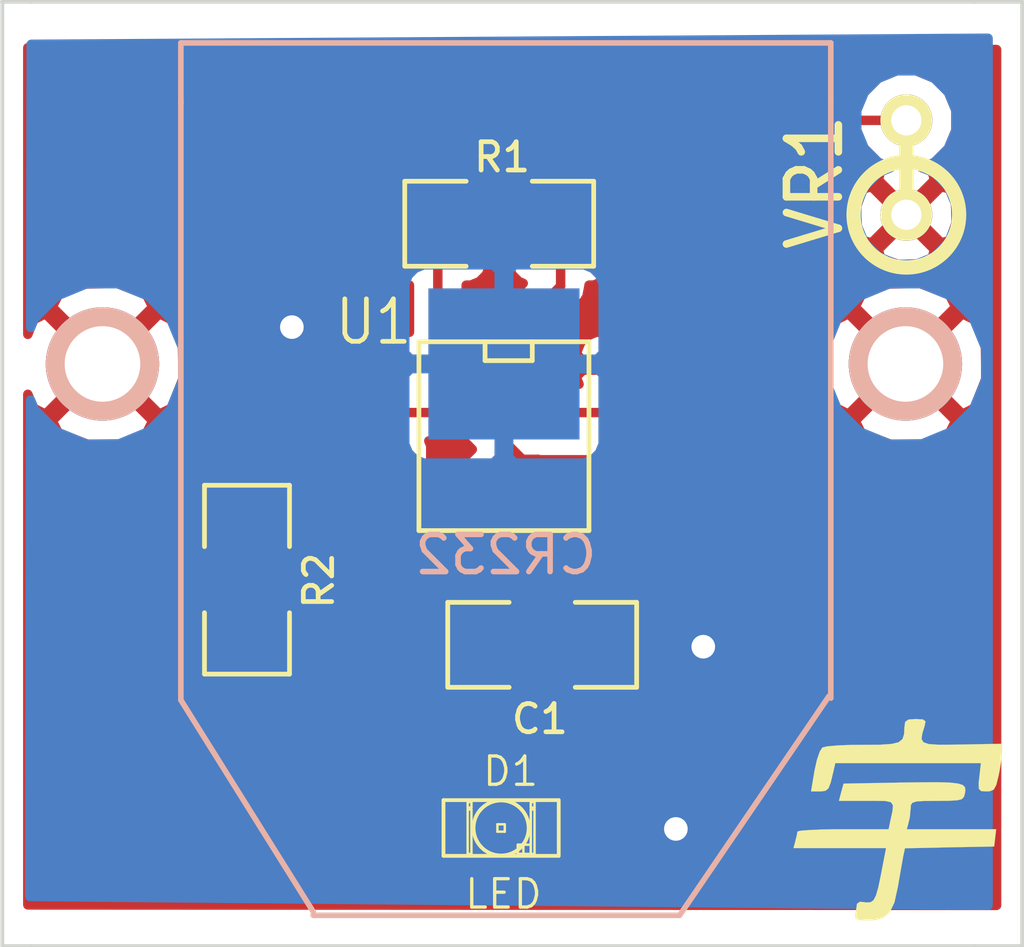
<source format=kicad_pcb>
(kicad_pcb (version 3) (host pcbnew "(2013-07-07 BZR 4022)-stable")

  (general
    (links 14)
    (no_connects 0)
    (area 59.525699 98.400399 87.447966 123.952)
    (thickness 1.6)
    (drawings 10)
    (tracks 34)
    (zones 0)
    (modules 8)
    (nets 7)
  )

  (page A3)
  (layers
    (15 F.Cu signal)
    (0 B.Cu signal)
    (16 B.Adhes user)
    (17 F.Adhes user)
    (18 B.Paste user)
    (19 F.Paste user)
    (20 B.SilkS user)
    (21 F.SilkS user)
    (22 B.Mask user)
    (23 F.Mask user)
    (24 Dwgs.User user)
    (25 Cmts.User user)
    (26 Eco1.User user)
    (27 Eco2.User user)
    (28 Edge.Cuts user)
  )

  (setup
    (last_trace_width 0.254)
    (trace_clearance 0.254)
    (zone_clearance 0.508)
    (zone_45_only no)
    (trace_min 0.254)
    (segment_width 0.2)
    (edge_width 0.1)
    (via_size 0.889)
    (via_drill 0.635)
    (via_min_size 0.889)
    (via_min_drill 0.508)
    (uvia_size 0.508)
    (uvia_drill 0.127)
    (uvias_allowed no)
    (uvia_min_size 0.508)
    (uvia_min_drill 0.127)
    (pcb_text_width 0.3)
    (pcb_text_size 1.5 1.5)
    (mod_edge_width 0.15)
    (mod_text_size 1 1)
    (mod_text_width 0.15)
    (pad_size 4.064 4.064)
    (pad_drill 0)
    (pad_to_mask_clearance 0)
    (aux_axis_origin 0 0)
    (visible_elements 7FFFFFFF)
    (pcbplotparams
      (layerselection 284196865)
      (usegerberextensions true)
      (excludeedgelayer true)
      (linewidth 0.150000)
      (plotframeref false)
      (viasonmask false)
      (mode 1)
      (useauxorigin false)
      (hpglpennumber 1)
      (hpglpenspeed 20)
      (hpglpendiameter 15)
      (hpglpenoverlay 2)
      (psnegative false)
      (psa4output false)
      (plotreference true)
      (plotvalue false)
      (plotothertext true)
      (plotinvisibletext false)
      (padsonsilk false)
      (subtractmaskfromsilk false)
      (outputformat 1)
      (mirror false)
      (drillshape 0)
      (scaleselection 1)
      (outputdirectory Gerber/))
  )

  (net 0 "")
  (net 1 GND)
  (net 2 N-000001)
  (net 3 N-000003)
  (net 4 N-000004)
  (net 5 N-000007)
  (net 6 VCC)

  (net_class Default "This is the default net class."
    (clearance 0.254)
    (trace_width 0.254)
    (via_dia 0.889)
    (via_drill 0.635)
    (uvia_dia 0.508)
    (uvia_drill 0.127)
    (add_net "")
    (add_net GND)
    (add_net N-000001)
    (add_net N-000003)
    (add_net N-000004)
    (add_net N-000007)
    (add_net VCC)
  )

  (module SO8N (layer F.Cu) (tedit 52DB41F2) (tstamp 52D78DCE)
    (at 73.0758 110.1344 270)
    (descr "Module CMS SOJ 8 pins large")
    (tags "CMS SOJ")
    (path /52CFA521)
    (attr smd)
    (fp_text reference U1 (at -3.0734 3.5052 360) (layer F.SilkS)
      (effects (font (size 1.143 1.016) (thickness 0.127)))
    )
    (fp_text value 7555 (at -3.2004 -2.794 360) (layer F.SilkS) hide
      (effects (font (size 1.016 1.016) (thickness 0.127)))
    )
    (fp_line (start -2.54 -2.286) (end 2.54 -2.286) (layer F.SilkS) (width 0.127))
    (fp_line (start 2.54 -2.286) (end 2.54 2.286) (layer F.SilkS) (width 0.127))
    (fp_line (start 2.54 2.286) (end -2.54 2.286) (layer F.SilkS) (width 0.127))
    (fp_line (start -2.54 2.286) (end -2.54 -2.286) (layer F.SilkS) (width 0.127))
    (fp_line (start -2.54 -0.762) (end -2.032 -0.762) (layer F.SilkS) (width 0.127))
    (fp_line (start -2.032 -0.762) (end -2.032 0.508) (layer F.SilkS) (width 0.127))
    (fp_line (start -2.032 0.508) (end -2.54 0.508) (layer F.SilkS) (width 0.127))
    (pad 8 smd rect (at -1.905 -3.175 270) (size 0.508 1.143)
      (layers F.Cu F.Paste F.Mask)
      (net 6 VCC)
    )
    (pad 7 smd rect (at -0.635 -3.175 270) (size 0.508 1.143)
      (layers F.Cu F.Paste F.Mask)
      (net 5 N-000007)
    )
    (pad 6 smd rect (at 0.635 -3.175 270) (size 0.508 1.143)
      (layers F.Cu F.Paste F.Mask)
      (net 3 N-000003)
    )
    (pad 5 smd rect (at 1.905 -3.175 270) (size 0.508 1.143)
      (layers F.Cu F.Paste F.Mask)
    )
    (pad 4 smd rect (at 1.905 3.175 270) (size 0.508 1.143)
      (layers F.Cu F.Paste F.Mask)
      (net 6 VCC)
    )
    (pad 3 smd rect (at 0.635 3.175 270) (size 0.508 1.143)
      (layers F.Cu F.Paste F.Mask)
      (net 4 N-000004)
    )
    (pad 2 smd rect (at -0.635 3.175 270) (size 0.508 1.143)
      (layers F.Cu F.Paste F.Mask)
      (net 3 N-000003)
    )
    (pad 1 smd rect (at -1.905 3.175 270) (size 0.508 1.143)
      (layers F.Cu F.Paste F.Mask)
      (net 1 GND)
    )
    (model smd/cms_so8.wrl
      (at (xyz 0 0 0))
      (scale (xyz 0.5 0.38 0.5))
      (rotate (xyz 0 0 0))
    )
  )

  (module SM1206 (layer F.Cu) (tedit 52DB41B3) (tstamp 52D78DDA)
    (at 72.9488 104.4194 180)
    (path /52D10678)
    (attr smd)
    (fp_text reference R1 (at -0.0762 1.7907 180) (layer F.SilkS)
      (effects (font (size 0.762 0.762) (thickness 0.127)))
    )
    (fp_text value 470k (at 0 0 180) (layer F.SilkS) hide
      (effects (font (size 0.762 0.762) (thickness 0.127)))
    )
    (fp_line (start -2.54 -1.143) (end -2.54 1.143) (layer F.SilkS) (width 0.127))
    (fp_line (start -2.54 1.143) (end -0.889 1.143) (layer F.SilkS) (width 0.127))
    (fp_line (start 0.889 -1.143) (end 2.54 -1.143) (layer F.SilkS) (width 0.127))
    (fp_line (start 2.54 -1.143) (end 2.54 1.143) (layer F.SilkS) (width 0.127))
    (fp_line (start 2.54 1.143) (end 0.889 1.143) (layer F.SilkS) (width 0.127))
    (fp_line (start -0.889 -1.143) (end -2.54 -1.143) (layer F.SilkS) (width 0.127))
    (pad 1 smd rect (at -1.651 0 180) (size 1.524 2.032)
      (layers F.Cu F.Paste F.Mask)
      (net 5 N-000007)
    )
    (pad 2 smd rect (at 1.651 0 180) (size 1.524 2.032)
      (layers F.Cu F.Paste F.Mask)
      (net 3 N-000003)
    )
    (model smd/chip_cms.wrl
      (at (xyz 0 0 0))
      (scale (xyz 0.17 0.16 0.16))
      (rotate (xyz 0 0 0))
    )
  )

  (module SM1206 (layer F.Cu) (tedit 52DB4175) (tstamp 52D78DE6)
    (at 74.1045 115.7478)
    (path /52D10682)
    (attr smd)
    (fp_text reference C1 (at -0.0635 1.9939) (layer F.SilkS)
      (effects (font (size 0.762 0.762) (thickness 0.127)))
    )
    (fp_text value 1u (at 0 0) (layer F.SilkS) hide
      (effects (font (size 0.762 0.762) (thickness 0.127)))
    )
    (fp_line (start -2.54 -1.143) (end -2.54 1.143) (layer F.SilkS) (width 0.127))
    (fp_line (start -2.54 1.143) (end -0.889 1.143) (layer F.SilkS) (width 0.127))
    (fp_line (start 0.889 -1.143) (end 2.54 -1.143) (layer F.SilkS) (width 0.127))
    (fp_line (start 2.54 -1.143) (end 2.54 1.143) (layer F.SilkS) (width 0.127))
    (fp_line (start 2.54 1.143) (end 0.889 1.143) (layer F.SilkS) (width 0.127))
    (fp_line (start -0.889 -1.143) (end -2.54 -1.143) (layer F.SilkS) (width 0.127))
    (pad 1 smd rect (at -1.651 0) (size 1.524 2.032)
      (layers F.Cu F.Paste F.Mask)
      (net 3 N-000003)
    )
    (pad 2 smd rect (at 1.651 0) (size 1.524 2.032)
      (layers F.Cu F.Paste F.Mask)
      (net 1 GND)
    )
    (model smd/chip_cms.wrl
      (at (xyz 0 0 0))
      (scale (xyz 0.17 0.16 0.16))
      (rotate (xyz 0 0 0))
    )
  )

  (module SM1206 (layer F.Cu) (tedit 52DB4193) (tstamp 52D78DF2)
    (at 66.167 113.9952 270)
    (path /52D10690)
    (attr smd)
    (fp_text reference R2 (at 0.0254 -1.9304 270) (layer F.SilkS)
      (effects (font (size 0.762 0.762) (thickness 0.127)))
    )
    (fp_text value 1k (at 0 0 270) (layer F.SilkS) hide
      (effects (font (size 0.762 0.762) (thickness 0.127)))
    )
    (fp_line (start -2.54 -1.143) (end -2.54 1.143) (layer F.SilkS) (width 0.127))
    (fp_line (start -2.54 1.143) (end -0.889 1.143) (layer F.SilkS) (width 0.127))
    (fp_line (start 0.889 -1.143) (end 2.54 -1.143) (layer F.SilkS) (width 0.127))
    (fp_line (start 2.54 -1.143) (end 2.54 1.143) (layer F.SilkS) (width 0.127))
    (fp_line (start 2.54 1.143) (end 0.889 1.143) (layer F.SilkS) (width 0.127))
    (fp_line (start -0.889 -1.143) (end -2.54 -1.143) (layer F.SilkS) (width 0.127))
    (pad 1 smd rect (at -1.651 0 270) (size 1.524 2.032)
      (layers F.Cu F.Paste F.Mask)
      (net 4 N-000004)
    )
    (pad 2 smd rect (at 1.651 0 270) (size 1.524 2.032)
      (layers F.Cu F.Paste F.Mask)
      (net 2 N-000001)
    )
    (model smd/chip_cms.wrl
      (at (xyz 0 0 0))
      (scale (xyz 0.17 0.16 0.16))
      (rotate (xyz 0 0 0))
    )
  )

  (module R1 (layer F.Cu) (tedit 52DB421A) (tstamp 52D78DFA)
    (at 83.8962 102.9081 90)
    (descr "Resistance verticale")
    (tags R)
    (path /52D106D4)
    (autoplace_cost90 10)
    (autoplace_cost180 10)
    (fp_text reference VR1 (at -0.3937 -2.4638 90) (layer F.SilkS)
      (effects (font (size 1.397 1.27) (thickness 0.2032)))
    )
    (fp_text value LDR (at 1.9939 2.032 90) (layer F.SilkS) hide
      (effects (font (size 1.397 1.27) (thickness 0.2032)))
    )
    (fp_line (start -1.27 0) (end 1.27 0) (layer F.SilkS) (width 0.381))
    (fp_circle (center -1.27 0) (end -0.635 1.27) (layer F.SilkS) (width 0.381))
    (pad 1 thru_hole circle (at -1.27 0 90) (size 1.397 1.397) (drill 0.8128)
      (layers *.Cu *.Mask F.SilkS)
      (net 6 VCC)
    )
    (pad 2 thru_hole circle (at 1.27 0 90) (size 1.397 1.397) (drill 0.8128)
      (layers *.Cu *.Mask F.SilkS)
      (net 5 N-000007)
    )
    (model discret/verti_resistor.wrl
      (at (xyz 0 0 0))
      (scale (xyz 1 1 1))
      (rotate (xyz 0 0 0))
    )
  )

  (module LED-1206 (layer F.Cu) (tedit 52DB41A3) (tstamp 52D78E24)
    (at 72.9996 120.6754)
    (descr "LED 1206 smd package")
    (tags "LED1206 SMD")
    (path /52D10737)
    (attr smd)
    (fp_text reference D1 (at 0.254 -1.524) (layer F.SilkS)
      (effects (font (size 0.762 0.762) (thickness 0.0889)))
    )
    (fp_text value LED (at 0.0635 1.778) (layer F.SilkS)
      (effects (font (size 0.762 0.762) (thickness 0.0889)))
    )
    (fp_line (start -0.09906 0.09906) (end 0.09906 0.09906) (layer F.SilkS) (width 0.06604))
    (fp_line (start 0.09906 0.09906) (end 0.09906 -0.09906) (layer F.SilkS) (width 0.06604))
    (fp_line (start -0.09906 -0.09906) (end 0.09906 -0.09906) (layer F.SilkS) (width 0.06604))
    (fp_line (start -0.09906 0.09906) (end -0.09906 -0.09906) (layer F.SilkS) (width 0.06604))
    (fp_line (start 0.44958 0.6985) (end 0.79756 0.6985) (layer F.SilkS) (width 0.06604))
    (fp_line (start 0.79756 0.6985) (end 0.79756 0.44958) (layer F.SilkS) (width 0.06604))
    (fp_line (start 0.44958 0.44958) (end 0.79756 0.44958) (layer F.SilkS) (width 0.06604))
    (fp_line (start 0.44958 0.6985) (end 0.44958 0.44958) (layer F.SilkS) (width 0.06604))
    (fp_line (start 0.79756 0.6985) (end 0.89916 0.6985) (layer F.SilkS) (width 0.06604))
    (fp_line (start 0.89916 0.6985) (end 0.89916 -0.49784) (layer F.SilkS) (width 0.06604))
    (fp_line (start 0.79756 -0.49784) (end 0.89916 -0.49784) (layer F.SilkS) (width 0.06604))
    (fp_line (start 0.79756 0.6985) (end 0.79756 -0.49784) (layer F.SilkS) (width 0.06604))
    (fp_line (start 0.79756 -0.54864) (end 0.89916 -0.54864) (layer F.SilkS) (width 0.06604))
    (fp_line (start 0.89916 -0.54864) (end 0.89916 -0.6985) (layer F.SilkS) (width 0.06604))
    (fp_line (start 0.79756 -0.6985) (end 0.89916 -0.6985) (layer F.SilkS) (width 0.06604))
    (fp_line (start 0.79756 -0.54864) (end 0.79756 -0.6985) (layer F.SilkS) (width 0.06604))
    (fp_line (start -0.89916 0.6985) (end -0.79756 0.6985) (layer F.SilkS) (width 0.06604))
    (fp_line (start -0.79756 0.6985) (end -0.79756 -0.49784) (layer F.SilkS) (width 0.06604))
    (fp_line (start -0.89916 -0.49784) (end -0.79756 -0.49784) (layer F.SilkS) (width 0.06604))
    (fp_line (start -0.89916 0.6985) (end -0.89916 -0.49784) (layer F.SilkS) (width 0.06604))
    (fp_line (start -0.89916 -0.54864) (end -0.79756 -0.54864) (layer F.SilkS) (width 0.06604))
    (fp_line (start -0.79756 -0.54864) (end -0.79756 -0.6985) (layer F.SilkS) (width 0.06604))
    (fp_line (start -0.89916 -0.6985) (end -0.79756 -0.6985) (layer F.SilkS) (width 0.06604))
    (fp_line (start -0.89916 -0.54864) (end -0.89916 -0.6985) (layer F.SilkS) (width 0.06604))
    (fp_line (start 0.44958 0.6985) (end 0.59944 0.6985) (layer F.SilkS) (width 0.06604))
    (fp_line (start 0.59944 0.6985) (end 0.59944 0.44958) (layer F.SilkS) (width 0.06604))
    (fp_line (start 0.44958 0.44958) (end 0.59944 0.44958) (layer F.SilkS) (width 0.06604))
    (fp_line (start 0.44958 0.6985) (end 0.44958 0.44958) (layer F.SilkS) (width 0.06604))
    (fp_line (start 1.5494 0.7493) (end -1.5494 0.7493) (layer F.SilkS) (width 0.1016))
    (fp_line (start -1.5494 0.7493) (end -1.5494 -0.7493) (layer F.SilkS) (width 0.1016))
    (fp_line (start -1.5494 -0.7493) (end 1.5494 -0.7493) (layer F.SilkS) (width 0.1016))
    (fp_line (start 1.5494 -0.7493) (end 1.5494 0.7493) (layer F.SilkS) (width 0.1016))
    (fp_arc (start 0 0) (end 0.54864 0.49784) (angle 95.4) (layer F.SilkS) (width 0.1016))
    (fp_arc (start 0 0) (end -0.54864 0.49784) (angle 84.5) (layer F.SilkS) (width 0.1016))
    (fp_arc (start 0 0) (end -0.54864 -0.49784) (angle 95.4) (layer F.SilkS) (width 0.1016))
    (fp_arc (start 0 0) (end 0.54864 -0.49784) (angle 84.5) (layer F.SilkS) (width 0.1016))
    (pad 1 smd rect (at -1.41986 0) (size 1.59766 1.80086)
      (layers F.Cu F.Paste F.Mask)
      (net 2 N-000001)
    )
    (pad 2 smd rect (at 1.41986 0) (size 1.59766 1.80086)
      (layers F.Cu F.Paste F.Mask)
      (net 1 GND)
    )
  )

  (module CR2032 (layer B.Cu) (tedit 52DB420A) (tstamp 52DB4171)
    (at 73.0758 108.1913 180)
    (path /52D10805)
    (fp_text reference BT1 (at 0 5.7404 180) (layer B.SilkS) hide
      (effects (font (size 1 1) (thickness 0.15)) (justify mirror))
    )
    (fp_text value CR232 (at -0.0508 -5.1308 180) (layer B.SilkS)
      (effects (font (size 1 1) (thickness 0.15)) (justify mirror))
    )
    (fp_line (start 8.6868 7.0104) (end 8.6868 8.636) (layer B.SilkS) (width 0.15))
    (fp_line (start -8.7884 7.0104) (end -8.7884 8.636) (layer B.SilkS) (width 0.15))
    (fp_line (start -4.7244 -14.8336) (end 5.1308 -14.8336) (layer B.SilkS) (width 0.15))
    (fp_line (start 8.6868 -9.0424) (end 5.1308 -14.732) (layer B.SilkS) (width 0.15))
    (fp_line (start -8.7376 -8.9408) (end -4.7244 -14.8336) (layer B.SilkS) (width 0.15))
    (fp_line (start 8.6868 7.112) (end 8.6868 -9.0424) (layer B.SilkS) (width 0.15))
    (fp_line (start -8.7884 7.112) (end -8.7884 -8.9916) (layer B.SilkS) (width 0.15))
    (fp_line (start -8.7884 8.636) (end 8.6868 8.636) (layer B.SilkS) (width 0.15))
    (pad 2 smd rect (at 0 0 180) (size 4.064 4.064)
      (layers B.Cu B.Paste B.Mask)
      (net 1 GND)
    )
    (pad 1 thru_hole circle (at 10.795 0 180) (size 3.048 3.048) (drill 2.032)
      (layers *.Cu *.Mask B.SilkS)
      (net 6 VCC)
    )
    (pad 1 thru_hole circle (at -10.795 0 180) (size 3.048 3.048) (drill 2.032)
      (layers *.Cu *.Mask B.SilkS)
      (net 6 VCC)
    )
  )

  (module LOGO (layer F.Cu) (tedit 52DB4555) (tstamp 52DC59F9)
    (at 83.5914 120.3706)
    (fp_text reference G*** (at -3.5687 2.413) (layer F.SilkS) hide
      (effects (font (size 1.524 1.524) (thickness 0.3048)))
    )
    (fp_text value LOGO (at 0.0635 -4.0259) (layer F.SilkS) hide
      (effects (font (size 1.524 1.524) (thickness 0.3048)))
    )
    (fp_poly (pts (xy 2.72034 0.33782) (xy 2.6924 0.5715) (xy 2.667 0.80264) (xy 1.46558 0.8255)
      (xy 0.2667 0.8509) (xy 0.21844 1.0795) (xy 0.18288 1.2827) (xy 0.12954 1.58496)
      (xy 0.0762 1.8923) (xy -0.01524 2.30632) (xy -0.14224 2.57556) (xy -0.32258 2.72796)
      (xy -0.58674 2.78892) (xy -0.71882 2.794) (xy -0.9525 2.78384) (xy -1.05664 2.74574)
      (xy -1.07188 2.6543) (xy -1.06426 2.6035) (xy -1.03378 2.42316) (xy -1.02362 2.34442)
      (xy -0.94996 2.29108) (xy -0.90932 2.29108) (xy -0.76454 2.30886) (xy -0.65786 2.30124)
      (xy -0.57912 2.2479) (xy -0.51308 2.1209) (xy -0.44958 1.89992) (xy -0.37846 1.55702)
      (xy -0.28702 1.0795) (xy -0.2413 0.84582) (xy -1.4859 0.84582) (xy -2.7305 0.84582)
      (xy -2.6797 0.65532) (xy -2.63652 0.48006) (xy -2.62636 0.40132) (xy -2.54508 0.37846)
      (xy -2.32664 0.36068) (xy -1.99644 0.34544) (xy -1.5875 0.33782) (xy -1.39954 0.33782)
      (xy -0.17272 0.33782) (xy -0.12446 0.10414) (xy -0.06858 -0.14986) (xy -0.05588 -0.3048)
      (xy -0.11176 -0.38862) (xy -0.26416 -0.42164) (xy -0.54356 -0.42418) (xy -0.762 -0.42418)
      (xy -1.50876 -0.42418) (xy -1.4478 -0.65786) (xy -1.3843 -0.889) (xy 0.08636 -0.91694)
      (xy 0.69342 -0.92456) (xy 1.14808 -0.9271) (xy 1.47574 -0.91694) (xy 1.69418 -0.89154)
      (xy 1.82372 -0.8509) (xy 1.88214 -0.78994) (xy 1.8923 -0.70358) (xy 1.88214 -0.63754)
      (xy 1.8542 -0.5334) (xy 1.79578 -0.4699) (xy 1.67132 -0.43942) (xy 1.44526 -0.42672)
      (xy 1.13284 -0.42418) (xy 0.7874 -0.42164) (xy 0.57658 -0.40894) (xy 0.46736 -0.37338)
      (xy 0.42672 -0.31242) (xy 0.42164 -0.23368) (xy 0.39878 0.01016) (xy 0.3683 0.14732)
      (xy 0.3175 0.33782) (xy 1.51892 0.33782) (xy 2.72034 0.33782) (xy 2.72034 0.33782)) (layer F.SilkS) (width 0.00254))
    (fp_poly (pts (xy 2.87782 -1.74752) (xy 2.86004 -1.53924) (xy 2.81432 -1.25222) (xy 2.78638 -1.1049)
      (xy 2.72288 -0.85344) (xy 2.6543 -0.72644) (xy 2.54508 -0.68326) (xy 2.45872 -0.67818)
      (xy 2.31394 -0.68834) (xy 2.25298 -0.7493) (xy 2.2479 -0.90424) (xy 2.26568 -1.05918)
      (xy 2.30886 -1.44018) (xy 0.35052 -1.44018) (xy -1.60528 -1.44018) (xy -1.65862 -1.2065)
      (xy -1.7272 -0.92202) (xy -1.78816 -0.762) (xy -1.87198 -0.69342) (xy -1.99898 -0.67818)
      (xy -2.02438 -0.67818) (xy -2.25806 -0.67818) (xy -2.16662 -1.2319) (xy -2.10058 -1.52908)
      (xy -2.02184 -1.75768) (xy -1.95072 -1.86182) (xy -1.82118 -1.8923) (xy -1.5621 -1.91516)
      (xy -1.21158 -1.9304) (xy -0.86106 -1.93294) (xy -0.40894 -1.93548) (xy -0.09906 -1.9558)
      (xy 0.09398 -2.00152) (xy 0.20066 -2.08788) (xy 0.24384 -2.2225) (xy 0.25146 -2.39268)
      (xy 0.27178 -2.55016) (xy 0.36068 -2.61366) (xy 0.55626 -2.62636) (xy 0.75184 -2.6162)
      (xy 0.82042 -2.56286) (xy 0.79502 -2.43586) (xy 0.73152 -2.23012) (xy 0.71374 -2.09042)
      (xy 0.76454 -2.00152) (xy 0.90678 -1.95326) (xy 1.16332 -1.93548) (xy 1.55448 -1.93802)
      (xy 1.79832 -1.94056) (xy 2.87782 -1.96088) (xy 2.87782 -1.74752) (xy 2.87782 -1.74752)) (layer F.SilkS) (width 0.00254))
  )

  (gr_line (start 85.725 123.8504) (end 87.0077 123.8504) (angle 90) (layer Edge.Cuts) (width 0.1))
  (gr_line (start 87.0204 98.4504) (end 87.0204 98.4758) (angle 90) (layer Edge.Cuts) (width 0.1))
  (gr_line (start 85.7123 98.4504) (end 87.0204 98.4504) (angle 90) (layer Edge.Cuts) (width 0.1))
  (gr_line (start 59.5884 123.8504) (end 59.5884 123.8377) (angle 90) (layer Edge.Cuts) (width 0.1))
  (gr_line (start 60.3504 123.8504) (end 59.5884 123.8504) (angle 90) (layer Edge.Cuts) (width 0.1))
  (gr_line (start 60.3631 98.4504) (end 59.5757 98.4504) (angle 90) (layer Edge.Cuts) (width 0.1))
  (gr_line (start 85.7377 98.4504) (end 60.3377 98.4504) (angle 90) (layer Edge.Cuts) (width 0.1))
  (gr_line (start 87.0077 123.8504) (end 87.0077 98.4504) (angle 90) (layer Edge.Cuts) (width 0.1))
  (gr_line (start 60.3504 123.8504) (end 85.7377 123.8504) (angle 90) (layer Edge.Cuts) (width 0.1))
  (gr_line (start 59.5884 98.4504) (end 59.5884 123.8504) (angle 90) (layer Edge.Cuts) (width 0.1))

  (segment (start 74.41946 120.6754) (end 77.6732 120.6754) (width 0.254) (layer F.Cu) (net 1))
  (via (at 77.6986 120.7008) (size 0.889) (layers F.Cu B.Cu) (net 1))
  (segment (start 77.6732 120.6754) (end 77.6986 120.7008) (width 0.254) (layer F.Cu) (net 1) (tstamp 52DB96CD))
  (segment (start 75.7555 115.7478) (end 78.3844 115.7478) (width 0.254) (layer F.Cu) (net 1))
  (via (at 78.4352 115.7986) (size 0.889) (layers F.Cu B.Cu) (net 1))
  (segment (start 78.3844 115.7478) (end 78.4352 115.7986) (width 0.254) (layer F.Cu) (net 1) (tstamp 52DB96C8))
  (segment (start 69.9008 108.2294) (end 68.4022 108.2294) (width 0.254) (layer F.Cu) (net 1))
  (via (at 67.3735 107.2007) (size 0.889) (layers F.Cu B.Cu) (net 1))
  (segment (start 68.4022 108.2294) (end 67.3735 107.2007) (width 0.254) (layer F.Cu) (net 1) (tstamp 52DB96C2))
  (segment (start 66.167 115.6462) (end 66.167 117.9449) (width 0.254) (layer F.Cu) (net 2))
  (segment (start 68.8975 120.6754) (end 71.57974 120.6754) (width 0.254) (layer F.Cu) (net 2) (tstamp 52DB968D))
  (segment (start 66.167 117.9449) (end 68.8975 120.6754) (width 0.254) (layer F.Cu) (net 2) (tstamp 52DB968B))
  (segment (start 72.4535 115.7478) (end 72.4535 111.3409) (width 0.254) (layer F.Cu) (net 3))
  (segment (start 73.9902 110.7567) (end 73.9902 110.7694) (width 0.254) (layer F.Cu) (net 3) (tstamp 52DB969F))
  (segment (start 73.0377 110.7567) (end 73.9902 110.7567) (width 0.254) (layer F.Cu) (net 3) (tstamp 52DB969D))
  (segment (start 72.4535 111.3409) (end 73.0377 110.7567) (width 0.254) (layer F.Cu) (net 3) (tstamp 52DB969C))
  (segment (start 71.2978 104.4194) (end 71.2978 109.474) (width 0.254) (layer F.Cu) (net 3))
  (segment (start 71.2978 109.474) (end 71.2724 109.4994) (width 0.254) (layer F.Cu) (net 3) (tstamp 52DB9691))
  (segment (start 69.9008 109.4994) (end 71.2724 109.4994) (width 0.254) (layer F.Cu) (net 3))
  (segment (start 71.2724 109.4994) (end 72.3138 109.4994) (width 0.254) (layer F.Cu) (net 3) (tstamp 52DB9694))
  (segment (start 73.5838 110.7694) (end 73.9902 110.7694) (width 0.254) (layer F.Cu) (net 3) (tstamp 52DB95C8))
  (segment (start 73.9902 110.7694) (end 76.2508 110.7694) (width 0.254) (layer F.Cu) (net 3) (tstamp 52DB96A0))
  (segment (start 72.3138 109.4994) (end 73.5838 110.7694) (width 0.254) (layer F.Cu) (net 3) (tstamp 52DB95C6))
  (segment (start 66.167 112.3442) (end 66.167 111.3282) (width 0.254) (layer F.Cu) (net 4))
  (segment (start 66.7258 110.7694) (end 69.9008 110.7694) (width 0.254) (layer F.Cu) (net 4) (tstamp 52DB9590))
  (segment (start 66.167 111.3282) (end 66.7258 110.7694) (width 0.254) (layer F.Cu) (net 4) (tstamp 52DB958F))
  (segment (start 74.5998 104.4194) (end 74.5998 106.0958) (width 0.254) (layer F.Cu) (net 5))
  (segment (start 74.676 109.4994) (end 76.2508 109.4994) (width 0.254) (layer F.Cu) (net 5) (tstamp 52DB96B7))
  (segment (start 74.0156 108.839) (end 74.676 109.4994) (width 0.254) (layer F.Cu) (net 5) (tstamp 52DB96B6))
  (segment (start 74.0156 106.68) (end 74.0156 108.839) (width 0.254) (layer F.Cu) (net 5) (tstamp 52DB96B5))
  (segment (start 74.5998 106.0958) (end 74.0156 106.68) (width 0.254) (layer F.Cu) (net 5) (tstamp 52DB96B3))
  (segment (start 83.8962 101.6381) (end 79.5401 101.6381) (width 0.254) (layer F.Cu) (net 5))
  (segment (start 76.7588 104.4194) (end 74.5998 104.4194) (width 0.254) (layer F.Cu) (net 5) (tstamp 52DB96AC))
  (segment (start 79.5401 101.6381) (end 76.7588 104.4194) (width 0.254) (layer F.Cu) (net 5) (tstamp 52DB96AA))

  (zone (net 6) (net_name VCC) (layer F.Cu) (tstamp 52DB9601) (hatch edge 0.508)
    (connect_pads (clearance 0.508))
    (min_thickness 0.254)
    (fill (arc_segments 16) (thermal_gap 0.508) (thermal_bridge_width 0.508))
    (polygon
      (pts
        (xy 86.7664 122.8852) (xy 60.0837 122.8725) (xy 60.0837 99.5553) (xy 86.7664 99.6061)
      )
    )
    (filled_polygon
      (pts
        (xy 86.3227 122.757989) (xy 86.037356 122.757853) (xy 86.037356 108.580836) (xy 86.021506 107.722079) (xy 85.723368 107.002311)
        (xy 85.402106 106.839599) (xy 85.242124 106.999581) (xy 85.242124 104.37062) (xy 85.22993 104.146164) (xy 85.22993 101.374014)
        (xy 85.027345 100.88372) (xy 84.652553 100.508274) (xy 84.162613 100.304833) (xy 83.632114 100.30437) (xy 83.14182 100.506955)
        (xy 82.77203 100.8761) (xy 79.5401 100.8761) (xy 79.248495 100.934104) (xy 79.001285 101.099285) (xy 76.44317 103.6574)
        (xy 75.99691 103.6574) (xy 75.99691 103.277645) (xy 75.900441 103.044171) (xy 75.721968 102.865387) (xy 75.488664 102.768511)
        (xy 75.236045 102.76829) (xy 73.712045 102.76829) (xy 73.478571 102.864759) (xy 73.299787 103.043232) (xy 73.202911 103.276536)
        (xy 73.20269 103.529155) (xy 73.20269 105.561155) (xy 73.299159 105.794629) (xy 73.477632 105.973413) (xy 73.59558 106.022389)
        (xy 73.476785 106.141185) (xy 73.311604 106.388395) (xy 73.2536 106.68) (xy 73.2536 108.839) (xy 73.311604 109.130605)
        (xy 73.476785 109.377815) (xy 74.106369 110.0074) (xy 74.054047 110.0074) (xy 73.9902 109.9947) (xy 73.88673 109.9947)
        (xy 72.852615 108.960585) (xy 72.605405 108.795404) (xy 72.3138 108.7374) (xy 72.0598 108.7374) (xy 72.0598 106.07051)
        (xy 72.185555 106.07051) (xy 72.419029 105.974041) (xy 72.597813 105.795568) (xy 72.694689 105.562264) (xy 72.69491 105.309645)
        (xy 72.69491 103.277645) (xy 72.598441 103.044171) (xy 72.419968 102.865387) (xy 72.186664 102.768511) (xy 71.934045 102.76829)
        (xy 70.410045 102.76829) (xy 70.176571 102.864759) (xy 69.997787 103.043232) (xy 69.900911 103.276536) (xy 69.90069 103.529155)
        (xy 69.90069 105.561155) (xy 69.997159 105.794629) (xy 70.175632 105.973413) (xy 70.408936 106.070289) (xy 70.5358 106.070399)
        (xy 70.5358 107.340455) (xy 70.346545 107.34029) (xy 69.203545 107.34029) (xy 68.970071 107.436759) (xy 68.939376 107.4674)
        (xy 68.71783 107.4674) (xy 68.452999 107.202568) (xy 68.453187 106.986916) (xy 68.289189 106.590011) (xy 67.985786 106.286078)
        (xy 67.589168 106.121387) (xy 67.159716 106.121013) (xy 66.762811 106.285011) (xy 66.458878 106.588414) (xy 66.294187 106.985032)
        (xy 66.293813 107.414484) (xy 66.457811 107.811389) (xy 66.761214 108.115322) (xy 67.157832 108.280013) (xy 67.375371 108.280202)
        (xy 67.863384 108.768215) (xy 67.863385 108.768215) (xy 68.110595 108.933396) (xy 68.4022 108.9914) (xy 68.747202 108.9914)
        (xy 68.694411 109.118536) (xy 68.69419 109.371155) (xy 68.69419 109.879155) (xy 68.747179 110.0074) (xy 66.7258 110.0074)
        (xy 66.434195 110.065404) (xy 66.186984 110.230585) (xy 65.628185 110.789385) (xy 65.522809 110.94709) (xy 65.025245 110.94709)
        (xy 64.791771 111.043559) (xy 64.612987 111.222032) (xy 64.516111 111.455336) (xy 64.51589 111.707955) (xy 64.51589 113.231955)
        (xy 64.612359 113.465429) (xy 64.790832 113.644213) (xy 65.024136 113.741089) (xy 65.276755 113.74131) (xy 67.308755 113.74131)
        (xy 67.542229 113.644841) (xy 67.721013 113.466368) (xy 67.817889 113.233064) (xy 67.81811 112.980445) (xy 67.81811 111.5314)
        (xy 68.747179 111.5314) (xy 68.69419 111.659645) (xy 68.6943 111.75365) (xy 68.85305 111.9124) (xy 69.7738 111.9124)
        (xy 69.7738 111.8924) (xy 70.0278 111.8924) (xy 70.0278 111.9124) (xy 70.94855 111.9124) (xy 71.1073 111.75365)
        (xy 71.10741 111.659645) (xy 71.010941 111.426171) (xy 70.989326 111.404518) (xy 71.010313 111.383568) (xy 71.107189 111.150264)
        (xy 71.10741 110.897645) (xy 71.10741 110.389645) (xy 71.05442 110.2614) (xy 71.2724 110.2614) (xy 71.998169 110.2614)
        (xy 72.226769 110.489999) (xy 71.914685 110.802085) (xy 71.749504 111.049295) (xy 71.6915 111.3409) (xy 71.6915 114.09669)
        (xy 71.565745 114.09669) (xy 71.332271 114.193159) (xy 71.153487 114.371632) (xy 71.10741 114.482598) (xy 71.10741 112.419155)
        (xy 71.1073 112.32515) (xy 70.94855 112.1664) (xy 70.0278 112.1664) (xy 70.0278 112.76965) (xy 70.18655 112.9284)
        (xy 70.346545 112.92851) (xy 70.599164 112.928289) (xy 70.832468 112.831413) (xy 71.010941 112.652629) (xy 71.10741 112.419155)
        (xy 71.10741 114.482598) (xy 71.056611 114.604936) (xy 71.05639 114.857555) (xy 71.05639 116.889555) (xy 71.152859 117.123029)
        (xy 71.331332 117.301813) (xy 71.564636 117.398689) (xy 71.817255 117.39891) (xy 73.341255 117.39891) (xy 73.574729 117.302441)
        (xy 73.753513 117.123968) (xy 73.850389 116.890664) (xy 73.85061 116.638045) (xy 73.85061 114.606045) (xy 73.754141 114.372571)
        (xy 73.575668 114.193787) (xy 73.342364 114.096911) (xy 73.2155 114.0968) (xy 73.2155 111.65653) (xy 73.35333 111.5187)
        (xy 73.519952 111.5187) (xy 73.519956 111.5187) (xy 73.5838 111.5314) (xy 73.9902 111.5314) (xy 75.097202 111.5314)
        (xy 75.044411 111.658536) (xy 75.04419 111.911155) (xy 75.04419 112.419155) (xy 75.140659 112.652629) (xy 75.319132 112.831413)
        (xy 75.552436 112.928289) (xy 75.805055 112.92851) (xy 76.948055 112.92851) (xy 77.181529 112.832041) (xy 77.360313 112.653568)
        (xy 77.457189 112.420264) (xy 77.45741 112.167645) (xy 77.45741 111.659645) (xy 77.360941 111.426171) (xy 77.339326 111.404518)
        (xy 77.360313 111.383568) (xy 77.457189 111.150264) (xy 77.45741 110.897645) (xy 77.45741 110.389645) (xy 77.360941 110.156171)
        (xy 77.339326 110.134518) (xy 77.360313 110.113568) (xy 77.457189 109.880264) (xy 77.45741 109.627645) (xy 77.45741 109.119645)
        (xy 77.360941 108.886171) (xy 77.339207 108.8644) (xy 77.360941 108.842629) (xy 77.45741 108.609155) (xy 77.45741 107.849645)
        (xy 77.360941 107.616171) (xy 77.182468 107.437387) (xy 76.949164 107.340511) (xy 76.696545 107.34029) (xy 76.53655 107.3404)
        (xy 76.3778 107.49915) (xy 76.3778 108.1024) (xy 77.29855 108.1024) (xy 77.4573 107.94365) (xy 77.45741 107.849645)
        (xy 77.45741 108.609155) (xy 77.4573 108.51515) (xy 77.29855 108.3564) (xy 76.3778 108.3564) (xy 76.3778 108.3764)
        (xy 76.1238 108.3764) (xy 76.1238 108.3564) (xy 76.1238 108.1024) (xy 76.1238 107.49915) (xy 75.96505 107.3404)
        (xy 75.805055 107.34029) (xy 75.552436 107.340511) (xy 75.319132 107.437387) (xy 75.140659 107.616171) (xy 75.04419 107.849645)
        (xy 75.0443 107.94365) (xy 75.20305 108.1024) (xy 76.1238 108.1024) (xy 76.1238 108.3564) (xy 75.20305 108.3564)
        (xy 75.0443 108.51515) (xy 75.04419 108.609155) (xy 75.097179 108.7374) (xy 74.99163 108.7374) (xy 74.7776 108.523369)
        (xy 74.7776 106.99563) (xy 75.138615 106.634616) (xy 75.138615 106.634615) (xy 75.303796 106.387405) (xy 75.361799 106.0958)
        (xy 75.3618 106.0958) (xy 75.3618 106.07051) (xy 75.487555 106.07051) (xy 75.721029 105.974041) (xy 75.899813 105.795568)
        (xy 75.996689 105.562264) (xy 75.99691 105.309645) (xy 75.99691 105.1814) (xy 76.7588 105.1814) (xy 76.7588 105.181399)
        (xy 77.050404 105.123396) (xy 77.050405 105.123396) (xy 77.297615 104.958215) (xy 79.85573 102.4001) (xy 82.772661 102.4001)
        (xy 83.139847 102.767926) (xy 83.461322 102.901414) (xy 83.203272 103.008302) (xy 83.141619 103.243914) (xy 83.8962 103.998495)
        (xy 84.650781 103.243914) (xy 84.589128 103.008302) (xy 84.309883 102.910017) (xy 84.65058 102.769245) (xy 85.026026 102.394453)
        (xy 85.229467 101.904513) (xy 85.22993 101.374014) (xy 85.22993 104.146164) (xy 85.213346 103.840902) (xy 85.065998 103.485172)
        (xy 84.830386 103.423519) (xy 84.075805 104.1781) (xy 84.830386 104.932681) (xy 85.065998 104.871028) (xy 85.242124 104.37062)
        (xy 85.242124 106.999581) (xy 85.222501 107.019204) (xy 85.222501 106.659994) (xy 85.059789 106.338732) (xy 84.650781 106.178092)
        (xy 84.650781 105.112286) (xy 83.8962 104.357705) (xy 83.716595 104.53731) (xy 83.716595 104.1781) (xy 82.962014 103.423519)
        (xy 82.726402 103.485172) (xy 82.550276 103.98558) (xy 82.579054 104.515298) (xy 82.726402 104.871028) (xy 82.962014 104.932681)
        (xy 83.716595 104.1781) (xy 83.716595 104.53731) (xy 83.141619 105.112286) (xy 83.203272 105.347898) (xy 83.70368 105.524024)
        (xy 84.233398 105.495246) (xy 84.589128 105.347898) (xy 84.650781 105.112286) (xy 84.650781 106.178092) (xy 84.260336 106.024744)
        (xy 83.401579 106.040594) (xy 82.681811 106.338732) (xy 82.519099 106.659994) (xy 83.8708 108.011695) (xy 85.222501 106.659994)
        (xy 85.222501 107.019204) (xy 84.050405 108.1913) (xy 85.402106 109.543001) (xy 85.723368 109.380289) (xy 86.037356 108.580836)
        (xy 86.037356 122.757853) (xy 85.222501 122.757465) (xy 85.222501 109.722606) (xy 83.8708 108.370905) (xy 83.691195 108.55051)
        (xy 83.691195 108.1913) (xy 82.339494 106.839599) (xy 82.018232 107.002311) (xy 81.704244 107.801764) (xy 81.720094 108.660521)
        (xy 82.018232 109.380289) (xy 82.339494 109.543001) (xy 83.691195 108.1913) (xy 83.691195 108.55051) (xy 82.519099 109.722606)
        (xy 82.681811 110.043868) (xy 83.481264 110.357856) (xy 84.340021 110.342006) (xy 85.059789 110.043868) (xy 85.222501 109.722606)
        (xy 85.222501 122.757465) (xy 79.514887 122.754748) (xy 79.514887 115.584816) (xy 79.350889 115.187911) (xy 79.047486 114.883978)
        (xy 78.650868 114.719287) (xy 78.221416 114.718913) (xy 77.824511 114.882911) (xy 77.721442 114.9858) (xy 77.15261 114.9858)
        (xy 77.15261 114.606045) (xy 77.056141 114.372571) (xy 76.877668 114.193787) (xy 76.644364 114.096911) (xy 76.391745 114.09669)
        (xy 74.867745 114.09669) (xy 74.634271 114.193159) (xy 74.455487 114.371632) (xy 74.358611 114.604936) (xy 74.35839 114.857555)
        (xy 74.35839 116.889555) (xy 74.454859 117.123029) (xy 74.633332 117.301813) (xy 74.866636 117.398689) (xy 75.119255 117.39891)
        (xy 76.643255 117.39891) (xy 76.876729 117.302441) (xy 77.055513 117.123968) (xy 77.152389 116.890664) (xy 77.15261 116.638045)
        (xy 77.15261 116.5098) (xy 77.619846 116.5098) (xy 77.822914 116.713222) (xy 78.219532 116.877913) (xy 78.648984 116.878287)
        (xy 79.045889 116.714289) (xy 79.349822 116.410886) (xy 79.514513 116.014268) (xy 79.514887 115.584816) (xy 79.514887 122.754748)
        (xy 78.778287 122.754397) (xy 78.778287 120.487016) (xy 78.614289 120.090111) (xy 78.310886 119.786178) (xy 77.914268 119.621487)
        (xy 77.484816 119.621113) (xy 77.087911 119.785111) (xy 76.959397 119.9134) (xy 75.8534 119.9134) (xy 75.8534 119.649215)
        (xy 75.756931 119.415741) (xy 75.578458 119.236957) (xy 75.345154 119.140081) (xy 75.092535 119.13986) (xy 73.494875 119.13986)
        (xy 73.261401 119.236329) (xy 73.082617 119.414802) (xy 72.999515 119.614933) (xy 72.917211 119.415741) (xy 72.738738 119.236957)
        (xy 72.505434 119.140081) (xy 72.252815 119.13986) (xy 70.655155 119.13986) (xy 70.421681 119.236329) (xy 70.242897 119.414802)
        (xy 70.146021 119.648106) (xy 70.1458 119.900725) (xy 70.1458 119.9134) (xy 69.7738 119.9134) (xy 69.7738 112.76965)
        (xy 69.7738 112.1664) (xy 68.85305 112.1664) (xy 68.6943 112.32515) (xy 68.69419 112.419155) (xy 68.790659 112.652629)
        (xy 68.969132 112.831413) (xy 69.202436 112.928289) (xy 69.455055 112.92851) (xy 69.61505 112.9284) (xy 69.7738 112.76965)
        (xy 69.7738 119.9134) (xy 69.21313 119.9134) (xy 66.929 117.62927) (xy 66.929 117.04331) (xy 67.308755 117.04331)
        (xy 67.542229 116.946841) (xy 67.721013 116.768368) (xy 67.817889 116.535064) (xy 67.81811 116.282445) (xy 67.81811 114.758445)
        (xy 67.721641 114.524971) (xy 67.543168 114.346187) (xy 67.309864 114.249311) (xy 67.057245 114.24909) (xy 65.025245 114.24909)
        (xy 64.791771 114.345559) (xy 64.612987 114.524032) (xy 64.516111 114.757336) (xy 64.51589 115.009955) (xy 64.51589 116.533955)
        (xy 64.612359 116.767429) (xy 64.790832 116.946213) (xy 65.024136 117.043089) (xy 65.276755 117.04331) (xy 65.405 117.04331)
        (xy 65.405 117.9449) (xy 65.463004 118.236505) (xy 65.628185 118.483715) (xy 68.358685 121.214215) (xy 68.605895 121.379396)
        (xy 68.8975 121.4374) (xy 70.1458 121.4374) (xy 70.1458 121.701585) (xy 70.242269 121.935059) (xy 70.420742 122.113843)
        (xy 70.654046 122.210719) (xy 70.906665 122.21094) (xy 72.504325 122.21094) (xy 72.737799 122.114471) (xy 72.916583 121.935998)
        (xy 72.999684 121.735866) (xy 73.081989 121.935059) (xy 73.260462 122.113843) (xy 73.493766 122.210719) (xy 73.746385 122.21094)
        (xy 75.344045 122.21094) (xy 75.577519 122.114471) (xy 75.756303 121.935998) (xy 75.853179 121.702694) (xy 75.8534 121.450075)
        (xy 75.8534 121.4374) (xy 76.908602 121.4374) (xy 77.086314 121.615422) (xy 77.482932 121.780113) (xy 77.912384 121.780487)
        (xy 78.309289 121.616489) (xy 78.613222 121.313086) (xy 78.777913 120.916468) (xy 78.778287 120.487016) (xy 78.778287 122.754397)
        (xy 64.447356 122.747575) (xy 64.447356 108.580836) (xy 64.431506 107.722079) (xy 64.133368 107.002311) (xy 63.812106 106.839599)
        (xy 63.632501 107.019204) (xy 63.632501 106.659994) (xy 63.469789 106.338732) (xy 62.670336 106.024744) (xy 61.811579 106.040594)
        (xy 61.091811 106.338732) (xy 60.929099 106.659994) (xy 62.2808 108.011695) (xy 63.632501 106.659994) (xy 63.632501 107.019204)
        (xy 62.460405 108.1913) (xy 63.812106 109.543001) (xy 64.133368 109.380289) (xy 64.447356 108.580836) (xy 64.447356 122.747575)
        (xy 63.632501 122.747188) (xy 63.632501 109.722606) (xy 62.2808 108.370905) (xy 60.929099 109.722606) (xy 61.091811 110.043868)
        (xy 61.891264 110.357856) (xy 62.750021 110.342006) (xy 63.469789 110.043868) (xy 63.632501 109.722606) (xy 63.632501 122.747188)
        (xy 60.2734 122.745589) (xy 60.2734 109.006491) (xy 60.428232 109.380289) (xy 60.749494 109.543001) (xy 62.101195 108.1913)
        (xy 60.749494 106.839599) (xy 60.428232 107.002311) (xy 60.2734 107.396532) (xy 60.2734 99.682661) (xy 86.3227 99.732255)
        (xy 86.3227 122.757989)
      )
    )
  )
  (zone (net 1) (net_name GND) (layer B.Cu) (tstamp 52DB96BB) (hatch edge 0.508)
    (connect_pads (clearance 0.508))
    (min_thickness 0.254)
    (fill (arc_segments 16) (thermal_gap 0.508) (thermal_bridge_width 0.508))
    (polygon
      (pts
        (xy 60.198 122.6439) (xy 60.2361 99.4664) (xy 86.2203 99.3013) (xy 86.2203 122.8852) (xy 60.198 122.6439)
      )
    )
    (filled_polygon
      (pts
        (xy 86.0933 122.757017) (xy 86.030174 122.756431) (xy 86.030174 107.763733) (xy 85.702178 106.969923) (xy 85.22993 106.496849)
        (xy 85.22993 103.914014) (xy 85.027345 103.42372) (xy 84.652553 103.048274) (xy 84.314751 102.908006) (xy 84.65058 102.769245)
        (xy 85.026026 102.394453) (xy 85.229467 101.904513) (xy 85.22993 101.374014) (xy 85.027345 100.88372) (xy 84.652553 100.508274)
        (xy 84.162613 100.304833) (xy 83.632114 100.30437) (xy 83.14182 100.506955) (xy 82.766374 100.881747) (xy 82.562933 101.371687)
        (xy 82.56247 101.902186) (xy 82.765055 102.39248) (xy 83.139847 102.767926) (xy 83.477648 102.908193) (xy 83.14182 103.046955)
        (xy 82.766374 103.421747) (xy 82.562933 103.911687) (xy 82.56247 104.442186) (xy 82.765055 104.93248) (xy 83.139847 105.307926)
        (xy 83.629787 105.511367) (xy 84.160286 105.51183) (xy 84.65058 105.309245) (xy 85.026026 104.934453) (xy 85.229467 104.444513)
        (xy 85.22993 103.914014) (xy 85.22993 106.496849) (xy 85.095372 106.362056) (xy 84.302136 106.032676) (xy 83.443233 106.031926)
        (xy 82.649423 106.359922) (xy 82.041556 106.966728) (xy 81.712176 107.759964) (xy 81.711426 108.618867) (xy 82.039422 109.412677)
        (xy 82.646228 110.020544) (xy 83.439464 110.349924) (xy 84.298367 110.350674) (xy 85.092177 110.022678) (xy 85.700044 109.415872)
        (xy 86.029424 108.622636) (xy 86.030174 107.763733) (xy 86.030174 122.756431) (xy 75.74291 122.661039) (xy 75.74291 110.097545)
        (xy 75.74291 106.285055) (xy 75.742689 106.032436) (xy 75.645813 105.799132) (xy 75.467029 105.620659) (xy 75.233555 105.52419)
        (xy 73.36155 105.5243) (xy 73.2028 105.68305) (xy 73.2028 108.0643) (xy 75.58405 108.0643) (xy 75.7428 107.90555)
        (xy 75.74291 106.285055) (xy 75.74291 110.097545) (xy 75.7428 108.47705) (xy 75.58405 108.3183) (xy 73.2028 108.3183)
        (xy 73.2028 110.69955) (xy 73.36155 110.8583) (xy 75.233555 110.85841) (xy 75.467029 110.761941) (xy 75.645813 110.583468)
        (xy 75.742689 110.350164) (xy 75.74291 110.097545) (xy 75.74291 122.661039) (xy 72.9488 122.63513) (xy 72.9488 110.69955)
        (xy 72.9488 108.3183) (xy 72.9488 108.0643) (xy 72.9488 105.68305) (xy 72.79005 105.5243) (xy 70.918045 105.52419)
        (xy 70.684571 105.620659) (xy 70.505787 105.799132) (xy 70.408911 106.032436) (xy 70.40869 106.285055) (xy 70.4088 107.90555)
        (xy 70.56755 108.0643) (xy 72.9488 108.0643) (xy 72.9488 108.3183) (xy 70.56755 108.3183) (xy 70.4088 108.47705)
        (xy 70.40869 110.097545) (xy 70.408911 110.350164) (xy 70.505787 110.583468) (xy 70.684571 110.761941) (xy 70.918045 110.85841)
        (xy 72.79005 110.8583) (xy 72.9488 110.69955) (xy 72.9488 122.63513) (xy 60.325207 122.518074) (xy 60.347157 109.165177)
        (xy 60.449422 109.412677) (xy 61.056228 110.020544) (xy 61.849464 110.349924) (xy 62.708367 110.350674) (xy 63.502177 110.022678)
        (xy 64.110044 109.415872) (xy 64.439424 108.622636) (xy 64.440174 107.763733) (xy 64.112178 106.969923) (xy 63.505372 106.362056)
        (xy 62.712136 106.032676) (xy 61.853233 106.031926) (xy 61.059423 106.359922) (xy 60.451556 106.966728) (xy 60.35037 107.21041)
        (xy 60.362893 99.592597) (xy 86.0933 99.42911) (xy 86.0933 122.757017)
      )
    )
  )
)

</source>
